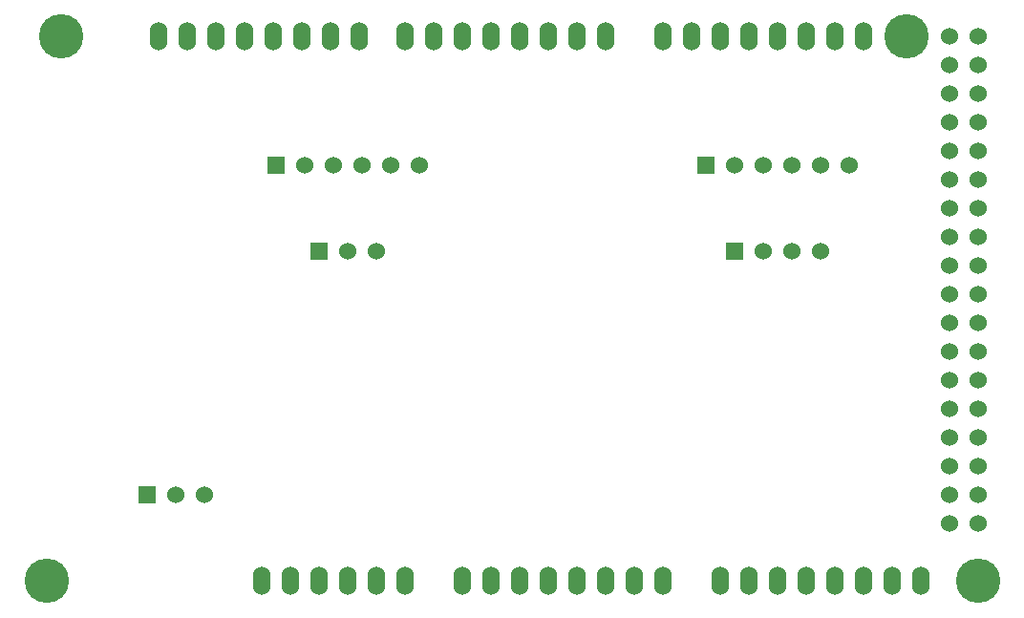
<source format=gbs>
G04 (created by PCBNEW (2013-07-07 BZR 4022)-stable) date 15/2/14 1:46:04 AM*
%MOIN*%
G04 Gerber Fmt 3.4, Leading zero omitted, Abs format*
%FSLAX34Y34*%
G01*
G70*
G90*
G04 APERTURE LIST*
%ADD10C,0.00590551*%
%ADD11R,0.06X0.06*%
%ADD12C,0.06*%
%ADD13O,0.06X0.1*%
%ADD14C,0.155*%
G04 APERTURE END LIST*
G54D10*
G54D11*
X78500Y-48000D03*
G54D12*
X79500Y-48000D03*
X80500Y-48000D03*
X81500Y-48000D03*
G54D11*
X58000Y-56500D03*
G54D12*
X59000Y-56500D03*
X60000Y-56500D03*
G54D11*
X64000Y-48000D03*
G54D12*
X65000Y-48000D03*
X66000Y-48000D03*
G54D11*
X62500Y-45000D03*
G54D12*
X63500Y-45000D03*
X64500Y-45000D03*
X65500Y-45000D03*
X66500Y-45000D03*
X67500Y-45000D03*
G54D11*
X77500Y-45000D03*
G54D12*
X78500Y-45000D03*
X79500Y-45000D03*
X80500Y-45000D03*
X81500Y-45000D03*
X82500Y-45000D03*
G54D13*
X76000Y-40500D03*
X77000Y-40500D03*
X78000Y-40500D03*
X79000Y-40500D03*
X80000Y-40500D03*
X81000Y-40500D03*
X82000Y-40500D03*
X83000Y-40500D03*
X85000Y-59500D03*
X84000Y-59500D03*
X83000Y-59500D03*
X82000Y-59500D03*
X78000Y-59500D03*
X76000Y-59500D03*
X75000Y-59500D03*
X79000Y-59500D03*
X80000Y-59500D03*
X81000Y-59500D03*
X74000Y-59500D03*
X73000Y-59500D03*
X72000Y-59500D03*
X69000Y-59500D03*
X70000Y-59500D03*
X71000Y-59500D03*
X67000Y-59500D03*
X66000Y-59500D03*
X65000Y-59500D03*
X63000Y-59500D03*
X62000Y-59500D03*
X74000Y-40500D03*
X73000Y-40500D03*
X72000Y-40500D03*
X71000Y-40500D03*
X70000Y-40500D03*
X69000Y-40500D03*
X68000Y-40500D03*
X67000Y-40500D03*
X65400Y-40500D03*
X64400Y-40500D03*
X63400Y-40500D03*
X62400Y-40500D03*
X61400Y-40500D03*
X60400Y-40500D03*
X59400Y-40500D03*
X58400Y-40500D03*
X64000Y-59500D03*
G54D14*
X87000Y-59500D03*
X84500Y-40500D03*
X55000Y-40500D03*
X54500Y-59500D03*
G54D12*
X86000Y-41500D03*
X87000Y-41500D03*
X86000Y-42500D03*
X87000Y-42500D03*
X86000Y-43500D03*
X87000Y-43500D03*
X86000Y-44500D03*
X87000Y-44500D03*
X86000Y-40500D03*
X87000Y-40500D03*
X87000Y-45500D03*
X86000Y-45500D03*
X86000Y-46500D03*
X87000Y-46500D03*
X86000Y-47500D03*
X87000Y-47500D03*
X86000Y-48500D03*
X87000Y-48500D03*
X86000Y-49500D03*
X87000Y-49500D03*
X86000Y-50500D03*
X87000Y-50500D03*
X86000Y-51500D03*
X87000Y-51500D03*
X86000Y-52500D03*
X87000Y-52500D03*
X86000Y-53500D03*
X87000Y-53500D03*
X86000Y-54500D03*
X87000Y-54500D03*
X86000Y-55500D03*
X87000Y-55500D03*
X86000Y-56500D03*
X87000Y-56500D03*
X86000Y-57500D03*
X87000Y-57500D03*
M02*

</source>
